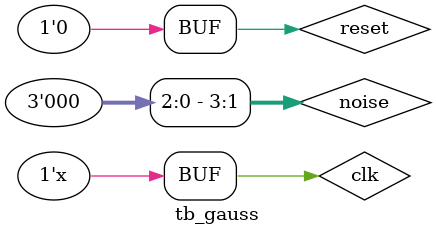
<source format=v>
`timescale 1ns/100ps
module tb_gauss();

reg clk;
reg reset;
wire [7:0] start_signal;
wire [7:0] stop_signal1;
wire [7:0] stop_signal2;
wire [7:0] stop_signal3;
wire [7:0] stop_signal4;
wire [7:0] stop_signal5;
wire [7:0] sum_signal;
reg [3:0] noise;

always #5 clk=~clk;
always #10 noise=$random;

assign sum_signal=start_signal+stop_signal1+stop_signal2+stop_signal3+stop_signal4+stop_signal5+noise;

initial 
    begin
	clk=1;
	reset=1;
	noise=0;
	#100 reset=0;
	end 


gauss_pulse #(.AMP(220),.DELAY(10)) u0
(
.clk(clk),
.reset(reset),
.signal(start_signal) 
);
gauss_pulse #(.AMP(200),.DELAY(40)) u1
(
.clk(clk),
.reset(reset),
.signal(stop_signal1) 
);
gauss_pulse #(.AMP(150),.DELAY(70)) u2
(
.clk(clk),
.reset(reset),
.signal(stop_signal2) 
);
gauss_pulse #(.AMP(120),.DELAY(100)) u3
(
.clk(clk),
.reset(reset),
.signal(stop_signal3) 
);
gauss_pulse #(.AMP(100),.DELAY(130)) u4
(
.clk(clk),
.reset(reset),
.signal(stop_signal4) 
);
gauss_pulse #(.AMP(80),.DELAY(160)) u5
(
.clk(clk),
.reset(reset),
.signal(stop_signal5) 
);

endmodule 
</source>
